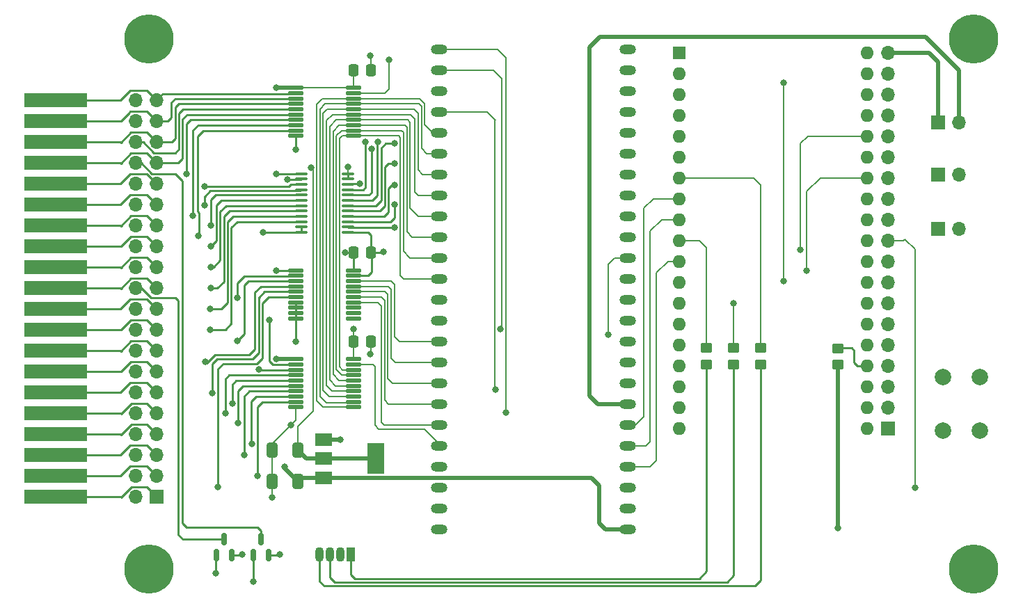
<source format=gbr>
%TF.GenerationSoftware,KiCad,Pcbnew,(6.0.11)*%
%TF.CreationDate,2023-05-02T12:30:58-07:00*%
%TF.ProjectId,TRS-IO-M1,5452532d-494f-42d4-9d31-2e6b69636164,rev?*%
%TF.SameCoordinates,Original*%
%TF.FileFunction,Copper,L1,Top*%
%TF.FilePolarity,Positive*%
%FSLAX46Y46*%
G04 Gerber Fmt 4.6, Leading zero omitted, Abs format (unit mm)*
G04 Created by KiCad (PCBNEW (6.0.11)) date 2023-05-02 12:30:58*
%MOMM*%
%LPD*%
G01*
G04 APERTURE LIST*
G04 Aperture macros list*
%AMRoundRect*
0 Rectangle with rounded corners*
0 $1 Rounding radius*
0 $2 $3 $4 $5 $6 $7 $8 $9 X,Y pos of 4 corners*
0 Add a 4 corners polygon primitive as box body*
4,1,4,$2,$3,$4,$5,$6,$7,$8,$9,$2,$3,0*
0 Add four circle primitives for the rounded corners*
1,1,$1+$1,$2,$3*
1,1,$1+$1,$4,$5*
1,1,$1+$1,$6,$7*
1,1,$1+$1,$8,$9*
0 Add four rect primitives between the rounded corners*
20,1,$1+$1,$2,$3,$4,$5,0*
20,1,$1+$1,$4,$5,$6,$7,0*
20,1,$1+$1,$6,$7,$8,$9,0*
20,1,$1+$1,$8,$9,$2,$3,0*%
G04 Aperture macros list end*
%TA.AperFunction,ComponentPad*%
%ADD10R,1.700000X1.700000*%
%TD*%
%TA.AperFunction,ComponentPad*%
%ADD11O,1.700000X1.700000*%
%TD*%
%TA.AperFunction,ConnectorPad*%
%ADD12R,7.620000X1.778000*%
%TD*%
%TA.AperFunction,ComponentPad*%
%ADD13C,6.000000*%
%TD*%
%TA.AperFunction,ComponentPad*%
%ADD14C,0.800000*%
%TD*%
%TA.AperFunction,SMDPad,CuDef*%
%ADD15RoundRect,0.250000X-0.450000X0.350000X-0.450000X-0.350000X0.450000X-0.350000X0.450000X0.350000X0*%
%TD*%
%TA.AperFunction,SMDPad,CuDef*%
%ADD16RoundRect,0.250000X-0.337500X-0.475000X0.337500X-0.475000X0.337500X0.475000X-0.337500X0.475000X0*%
%TD*%
%TA.AperFunction,ComponentPad*%
%ADD17O,2.000000X1.200000*%
%TD*%
%TA.AperFunction,SMDPad,CuDef*%
%ADD18R,2.000000X1.500000*%
%TD*%
%TA.AperFunction,SMDPad,CuDef*%
%ADD19R,2.000000X3.800000*%
%TD*%
%TA.AperFunction,SMDPad,CuDef*%
%ADD20RoundRect,0.100000X-0.637500X-0.100000X0.637500X-0.100000X0.637500X0.100000X-0.637500X0.100000X0*%
%TD*%
%TA.AperFunction,ComponentPad*%
%ADD21R,1.600000X1.600000*%
%TD*%
%TA.AperFunction,ComponentPad*%
%ADD22O,1.600000X1.600000*%
%TD*%
%TA.AperFunction,SMDPad,CuDef*%
%ADD23RoundRect,0.250000X0.450000X-0.350000X0.450000X0.350000X-0.450000X0.350000X-0.450000X-0.350000X0*%
%TD*%
%TA.AperFunction,SMDPad,CuDef*%
%ADD24RoundRect,0.250000X0.412500X0.650000X-0.412500X0.650000X-0.412500X-0.650000X0.412500X-0.650000X0*%
%TD*%
%TA.AperFunction,SMDPad,CuDef*%
%ADD25RoundRect,0.150000X0.150000X-0.587500X0.150000X0.587500X-0.150000X0.587500X-0.150000X-0.587500X0*%
%TD*%
%TA.AperFunction,SMDPad,CuDef*%
%ADD26RoundRect,0.112500X-0.837500X-0.112500X0.837500X-0.112500X0.837500X0.112500X-0.837500X0.112500X0*%
%TD*%
%TA.AperFunction,ComponentPad*%
%ADD27R,1.070000X1.800000*%
%TD*%
%TA.AperFunction,ComponentPad*%
%ADD28O,1.070000X1.800000*%
%TD*%
%TA.AperFunction,ComponentPad*%
%ADD29C,2.000000*%
%TD*%
%TA.AperFunction,ViaPad*%
%ADD30C,0.800000*%
%TD*%
%TA.AperFunction,Conductor*%
%ADD31C,0.500380*%
%TD*%
%TA.AperFunction,Conductor*%
%ADD32C,0.200000*%
%TD*%
%TA.AperFunction,Conductor*%
%ADD33C,0.250000*%
%TD*%
G04 APERTURE END LIST*
D10*
%TO.P,J1,1,Pin_1*%
%TO.N,SYSRES_N*%
X119278400Y-116687600D03*
D11*
%TO.P,J1,2,Pin_2*%
%TO.N,RAS_N*%
X116738400Y-116687600D03*
%TO.P,J1,3,Pin_3*%
%TO.N,A10*%
X119278400Y-114147600D03*
%TO.P,J1,4,Pin_4*%
%TO.N,CAS_N*%
X116738400Y-114147600D03*
%TO.P,J1,5,Pin_5*%
%TO.N,A13*%
X119278400Y-111607600D03*
%TO.P,J1,6,Pin_6*%
%TO.N,A12*%
X116738400Y-111607600D03*
%TO.P,J1,7,Pin_7*%
%TO.N,GND*%
X119278400Y-109067600D03*
%TO.P,J1,8,Pin_8*%
%TO.N,A15*%
X116738400Y-109067600D03*
%TO.P,J1,9,Pin_9*%
%TO.N,A14*%
X119278400Y-106527600D03*
%TO.P,J1,10,Pin_10*%
%TO.N,A11*%
X116738400Y-106527600D03*
%TO.P,J1,11,Pin_11*%
%TO.N,OUT_N*%
X119278400Y-103987600D03*
%TO.P,J1,12,Pin_12*%
%TO.N,A8*%
X116738400Y-103987600D03*
%TO.P,J1,13,Pin_13*%
%TO.N,INTACK_N*%
X119278400Y-101447600D03*
%TO.P,J1,14,Pin_14*%
%TO.N,WR_N*%
X116738400Y-101447600D03*
%TO.P,J1,15,Pin_15*%
%TO.N,MUX*%
X119278400Y-98907600D03*
%TO.P,J1,16,Pin_16*%
%TO.N,RD_N*%
X116738400Y-98907600D03*
%TO.P,J1,17,Pin_17*%
%TO.N,D4*%
X119278400Y-96367600D03*
%TO.P,J1,18,Pin_18*%
%TO.N,A9*%
X116738400Y-96367600D03*
%TO.P,J1,19,Pin_19*%
%TO.N,D7*%
X119278400Y-93827600D03*
%TO.P,J1,20,Pin_20*%
%TO.N,IN_N*%
X116738400Y-93827600D03*
%TO.P,J1,21,Pin_21*%
%TO.N,D1*%
X119278400Y-91287600D03*
%TO.P,J1,22,Pin_22*%
%TO.N,INT_N*%
X116738400Y-91287600D03*
%TO.P,J1,23,Pin_23*%
%TO.N,D6*%
X119278400Y-88747600D03*
%TO.P,J1,24,Pin_24*%
%TO.N,TEST_N*%
X116738400Y-88747600D03*
%TO.P,J1,25,Pin_25*%
%TO.N,D3*%
X119278400Y-86207600D03*
%TO.P,J1,26,Pin_26*%
%TO.N,A0*%
X116738400Y-86207600D03*
%TO.P,J1,27,Pin_27*%
%TO.N,D5*%
X119278400Y-83667600D03*
%TO.P,J1,28,Pin_28*%
%TO.N,A1*%
X116738400Y-83667600D03*
%TO.P,J1,29,Pin_29*%
%TO.N,D0*%
X119278400Y-81127600D03*
%TO.P,J1,30,Pin_30*%
%TO.N,GND*%
X116738400Y-81127600D03*
%TO.P,J1,31,Pin_31*%
%TO.N,D2*%
X119278400Y-78587600D03*
%TO.P,J1,32,Pin_32*%
%TO.N,A4*%
X116738400Y-78587600D03*
%TO.P,J1,33,Pin_33*%
%TO.N,A3*%
X119278400Y-76047600D03*
%TO.P,J1,34,Pin_34*%
%TO.N,WAIT_N*%
X116738400Y-76047600D03*
%TO.P,J1,35,Pin_35*%
%TO.N,A7*%
X119278400Y-73507600D03*
%TO.P,J1,36,Pin_36*%
%TO.N,A5*%
X116738400Y-73507600D03*
%TO.P,J1,37,Pin_37*%
%TO.N,A6*%
X119278400Y-70967600D03*
%TO.P,J1,38,Pin_38*%
%TO.N,GND*%
X116738400Y-70967600D03*
%TO.P,J1,39,Pin_39*%
%TO.N,A2*%
X119278400Y-68427600D03*
%TO.P,J1,40,Pin_40*%
%TO.N,5V*%
X116738400Y-68427600D03*
%TD*%
D12*
%TO.P,J2,1,Pin_1*%
%TO.N,SYSRES_N*%
X106984800Y-116713000D03*
%TO.P,J2,3,Pin_3*%
%TO.N,A10*%
X106984800Y-114173000D03*
%TO.P,J2,5,Pin_5*%
%TO.N,A13*%
X106984800Y-111633000D03*
%TO.P,J2,7,Pin_7*%
%TO.N,GND*%
X106984800Y-109093000D03*
%TO.P,J2,9,Pin_9*%
%TO.N,A14*%
X106984800Y-106553000D03*
%TO.P,J2,11,Pin_11*%
%TO.N,OUT_N*%
X106984800Y-104013000D03*
%TO.P,J2,13,Pin_13*%
%TO.N,INTACK_N*%
X106984800Y-101473000D03*
%TO.P,J2,15,Pin_15*%
%TO.N,MUX*%
X106984800Y-98933000D03*
%TO.P,J2,17,Pin_17*%
%TO.N,D4*%
X106984800Y-96393000D03*
%TO.P,J2,19,Pin_19*%
%TO.N,D7*%
X106984800Y-93853000D03*
%TO.P,J2,21,Pin_21*%
%TO.N,D1*%
X106984800Y-91313000D03*
%TO.P,J2,23,Pin_23*%
%TO.N,D6*%
X106984800Y-88773000D03*
%TO.P,J2,25,Pin_25*%
%TO.N,D3*%
X106984800Y-86233000D03*
%TO.P,J2,27,Pin_27*%
%TO.N,D5*%
X106984800Y-83693000D03*
%TO.P,J2,29,Pin_29*%
%TO.N,D0*%
X106984800Y-81153000D03*
%TO.P,J2,31,Pin_31*%
%TO.N,D2*%
X106984800Y-78613000D03*
%TO.P,J2,33,Pin_33*%
%TO.N,A3*%
X106984800Y-76073000D03*
%TO.P,J2,35,Pin_35*%
%TO.N,A7*%
X106984800Y-73533000D03*
%TO.P,J2,37,Pin_37*%
%TO.N,A6*%
X106984800Y-70993000D03*
%TO.P,J2,39,Pin_39*%
%TO.N,A2*%
X106984800Y-68453000D03*
%TD*%
D13*
%TO.P,H1,1*%
%TO.N,N/C*%
X118364000Y-60960000D03*
D14*
X119954990Y-62550990D03*
X116773010Y-59369010D03*
X120614000Y-60960000D03*
X118364000Y-58710000D03*
X116114000Y-60960000D03*
X118364000Y-63210000D03*
X119954990Y-59369010D03*
X116773010Y-62550990D03*
%TD*%
%TO.P,H2,1*%
%TO.N,N/C*%
X220284990Y-62550990D03*
X220944000Y-60960000D03*
D13*
X218694000Y-60960000D03*
D14*
X216444000Y-60960000D03*
X217103010Y-62550990D03*
X217103010Y-59369010D03*
X220284990Y-59369010D03*
X218694000Y-63210000D03*
X218694000Y-58710000D03*
%TD*%
%TO.P,H3,1*%
%TO.N,N/C*%
X120614000Y-125476000D03*
X118364000Y-127726000D03*
X119954990Y-123885010D03*
X116773010Y-127066990D03*
D13*
X118364000Y-125476000D03*
D14*
X116114000Y-125476000D03*
X118364000Y-123226000D03*
X119954990Y-127066990D03*
X116773010Y-123885010D03*
%TD*%
%TO.P,H4,1*%
%TO.N,N/C*%
X220284990Y-123885010D03*
X216444000Y-125476000D03*
X220284990Y-127066990D03*
X218694000Y-127726000D03*
X217103010Y-123885010D03*
X220944000Y-125476000D03*
X218694000Y-123226000D03*
X217103010Y-127066990D03*
D13*
X218694000Y-125476000D03*
%TD*%
D15*
%TO.P,R1,1*%
%TO.N,LED_RED*%
X186182000Y-98568000D03*
%TO.P,R1,2*%
%TO.N,Net-(D1-Pad1)*%
X186182000Y-100568000D03*
%TD*%
%TO.P,R2,1*%
%TO.N,LED_GREEN*%
X192786000Y-98568000D03*
%TO.P,R2,2*%
%TO.N,Net-(D1-Pad4)*%
X192786000Y-100568000D03*
%TD*%
D16*
%TO.P,C2,1*%
%TO.N,+3V3*%
X143234500Y-86969600D03*
%TO.P,C2,2*%
%TO.N,GND*%
X145309500Y-86969600D03*
%TD*%
D17*
%TO.P,U5,1,Pad_38*%
%TO.N,CS_SD_CARD*%
X153650000Y-62230000D03*
%TO.P,U5,2,Pad_37*%
%TO.N,MOSI*%
X153650000Y-64770000D03*
%TO.P,U5,3,Pad_36*%
%TO.N,SCK*%
X153650000Y-67310000D03*
%TO.P,U5,4,Pad_39*%
%TO.N,MISO*%
X153650000Y-69850000D03*
%TO.P,U5,5,Pad_25*%
%TO.N,AA2_10*%
X153650000Y-72390000D03*
%TO.P,U5,6,Pad_26*%
%TO.N,AA6_12*%
X153650000Y-74930000D03*
%TO.P,U5,7,Pad_27*%
%TO.N,AA7_13*%
X153650000Y-77470000D03*
%TO.P,U5,8,Pad_28*%
%TO.N,AA5_15*%
X153650000Y-80010000D03*
%TO.P,U5,9,Pad_29*%
%TO.N,AA3_11*%
X153650000Y-82550000D03*
%TO.P,U5,10,Pad_30*%
%TO.N,AA4_14*%
X153650000Y-85090000D03*
%TO.P,U5,11,Pad_33*%
%TO.N,AA1_8*%
X153650000Y-87630000D03*
%TO.P,U5,12,Pad_34*%
%TO.N,AA0_9*%
X153650000Y-90170000D03*
%TO.P,U5,13,Pad_40*%
%TO.N,DBUS_SEL_N*%
X153650000Y-92710000D03*
%TO.P,U5,14,Pad_35*%
%TO.N,READ_N*%
X153650000Y-95250000D03*
%TO.P,U5,15,Pad_41*%
%TO.N,Z80_IN_N*%
X153650000Y-97790000D03*
%TO.P,U5,16,Pad_42*%
%TO.N,Z80_RD_N*%
X153650000Y-100330000D03*
%TO.P,U5,17,Pad_51*%
%TO.N,Z80_WR_N*%
X153650000Y-102870000D03*
%TO.P,U5,18,Pad_53*%
%TO.N,Z80_OUT_N*%
X153650000Y-105410000D03*
%TO.P,U5,19,Pad_54*%
%TO.N,Z80_RAS_N*%
X153650000Y-107950000D03*
%TO.P,U5,20,Pad_55*%
%TO.N,A0_MUX*%
X153650000Y-110490000D03*
%TO.P,U5,21,Pad_56*%
%TO.N,INT*%
X153650000Y-113030000D03*
%TO.P,U5,22,Pad_57*%
%TO.N,WAIT*%
X153650000Y-115570000D03*
%TO.P,U5,23,Pad_68*%
%TO.N,unconnected-(U5-Pad23)*%
X153650000Y-118110000D03*
%TO.P,U5,24,Pad_69*%
%TO.N,unconnected-(U5-Pad24)*%
X153650000Y-120650000D03*
%TO.P,U5,25,3V3*%
%TO.N,+3V3*%
X176550000Y-120650000D03*
%TO.P,U5,26,GND*%
%TO.N,GND*%
X176550000Y-118110000D03*
%TO.P,U5,27,Pad_32*%
%TO.N,CS_FPGA*%
X176550000Y-115570000D03*
%TO.P,U5,28,Pad_31*%
%TO.N,ESP_S2*%
X176550000Y-113030000D03*
%TO.P,U5,29,Pad_49*%
%TO.N,ESP_S1*%
X176550000Y-110490000D03*
%TO.P,U5,30,Pad_48*%
%TO.N,ESP_S0*%
X176550000Y-107950000D03*
%TO.P,U5,31,5V*%
%TO.N,VU*%
X176550000Y-105410000D03*
%TO.P,U5,32,Pad_70*%
%TO.N,unconnected-(U5-Pad32)*%
X176550000Y-102870000D03*
%TO.P,U5,33,Pad_71*%
%TO.N,unconnected-(U5-Pad33)*%
X176550000Y-100330000D03*
%TO.P,U5,34,Pad_72*%
%TO.N,unconnected-(U5-Pad34)*%
X176550000Y-97790000D03*
%TO.P,U5,35,Pad_73*%
%TO.N,unconnected-(U5-Pad35)*%
X176550000Y-95250000D03*
%TO.P,U5,36,Pad_74*%
%TO.N,unconnected-(U5-Pad36)*%
X176550000Y-92710000D03*
%TO.P,U5,37,Pad_75*%
%TO.N,unconnected-(U5-Pad37)*%
X176550000Y-90170000D03*
%TO.P,U5,38,Pad_76*%
%TO.N,REQ*%
X176550000Y-87630000D03*
%TO.P,U5,39,Pad_77*%
%TO.N,DONE*%
X176550000Y-85090000D03*
%TO.P,U5,40,Pad_79*%
%TO.N,DD4*%
X176550000Y-82550000D03*
%TO.P,U5,41,Pad_80*%
%TO.N,DD7*%
X176550000Y-80010000D03*
%TO.P,U5,42,Pad_81*%
%TO.N,DD1*%
X176550000Y-77470000D03*
%TO.P,U5,43,Pad_82*%
%TO.N,DD6*%
X176550000Y-74930000D03*
%TO.P,U5,44,Pad_83*%
%TO.N,DD3*%
X176550000Y-72390000D03*
%TO.P,U5,45,Pad_84*%
%TO.N,DD5*%
X176550000Y-69850000D03*
%TO.P,U5,46,Pad_85*%
%TO.N,DD0*%
X176550000Y-67310000D03*
%TO.P,U5,47,Pad_86*%
%TO.N,DD2*%
X176550000Y-64770000D03*
%TO.P,U5,48,Pad_63*%
%TO.N,A1_MUX*%
X176550000Y-62230000D03*
%TD*%
D18*
%TO.P,U8,1,GND*%
%TO.N,GND*%
X139598000Y-109764800D03*
D19*
%TO.P,U8,2,VO*%
%TO.N,+1V8*%
X145898000Y-112064800D03*
D18*
X139598000Y-112064800D03*
%TO.P,U8,3,VI*%
%TO.N,+3V3*%
X139598000Y-114364800D03*
%TD*%
D20*
%TO.P,U1,1,VCCA*%
%TO.N,+3V3*%
X136837500Y-77381666D03*
%TO.P,U1,2,DIR*%
%TO.N,READ_N*%
X136837500Y-78031666D03*
%TO.P,U1,3,A1*%
%TO.N,D2*%
X136837500Y-78681666D03*
%TO.P,U1,4,A2*%
%TO.N,D0*%
X136837500Y-79331666D03*
%TO.P,U1,5,A3*%
%TO.N,D5*%
X136837500Y-79981666D03*
%TO.P,U1,6,A4*%
%TO.N,D3*%
X136837500Y-80631666D03*
%TO.P,U1,7,A5*%
%TO.N,D6*%
X136837500Y-81281666D03*
%TO.P,U1,8,A6*%
%TO.N,D1*%
X136837500Y-81931666D03*
%TO.P,U1,9,A7*%
%TO.N,D7*%
X136837500Y-82581666D03*
%TO.P,U1,10,A8*%
%TO.N,D4*%
X136837500Y-83231666D03*
%TO.P,U1,11,GND*%
%TO.N,GND*%
X136837500Y-83881666D03*
%TO.P,U1,12,GND*%
X136837500Y-84531666D03*
%TO.P,U1,13,GND*%
X142562500Y-84531666D03*
%TO.P,U1,14,B8*%
%TO.N,DD4*%
X142562500Y-83881666D03*
%TO.P,U1,15,B7*%
%TO.N,DD7*%
X142562500Y-83231666D03*
%TO.P,U1,16,B6*%
%TO.N,DD1*%
X142562500Y-82581666D03*
%TO.P,U1,17,B5*%
%TO.N,DD6*%
X142562500Y-81931666D03*
%TO.P,U1,18,B4*%
%TO.N,DD3*%
X142562500Y-81281666D03*
%TO.P,U1,19,B3*%
%TO.N,DD5*%
X142562500Y-80631666D03*
%TO.P,U1,20,B2*%
%TO.N,DD0*%
X142562500Y-79981666D03*
%TO.P,U1,21,B1*%
%TO.N,DD2*%
X142562500Y-79331666D03*
%TO.P,U1,22,OEn*%
%TO.N,DBUS_SEL_N*%
X142562500Y-78681666D03*
%TO.P,U1,23,VCCB*%
%TO.N,+1V8*%
X142562500Y-78031666D03*
%TO.P,U1,24,VCCB*%
X142562500Y-77381666D03*
%TD*%
D16*
%TO.P,C1,1*%
%TO.N,+3V3*%
X143234500Y-64770000D03*
%TO.P,C1,2*%
%TO.N,GND*%
X145309500Y-64770000D03*
%TD*%
D10*
%TO.P,J4,1,Pin_1*%
%TO.N,+5V*%
X214371000Y-71120000D03*
D11*
%TO.P,J4,2,Pin_2*%
%TO.N,VU*%
X216911000Y-71120000D03*
%TD*%
D21*
%TO.P,U6,1,GPIO6*%
%TO.N,unconnected-(U6-Pad1)*%
X182880000Y-62645000D03*
D22*
%TO.P,U6,2,GPIO7*%
%TO.N,unconnected-(U6-Pad2)*%
X182880000Y-65185000D03*
%TO.P,U6,3,GPIO8*%
%TO.N,unconnected-(U6-Pad3)*%
X182880000Y-67725000D03*
%TO.P,U6,4,GPIO15*%
%TO.N,AA3_11*%
X182880000Y-70265000D03*
%TO.P,U6,5,GPIO2*%
%TO.N,unconnected-(U6-Pad5)*%
X182880000Y-72805000D03*
%TO.P,U6,6,GPIO0*%
%TO.N,unconnected-(U6-Pad6)*%
X182880000Y-75345000D03*
%TO.P,U6,7,GPIO4*%
%TO.N,LED_GREEN*%
X182880000Y-77885000D03*
%TO.P,U6,8,GPIO16*%
%TO.N,ESP_S0*%
X182880000Y-80425000D03*
%TO.P,U6,9,GPIO17*%
%TO.N,ESP_S1*%
X182880000Y-82965000D03*
%TO.P,U6,10,GPIO5*%
%TO.N,LED_RED*%
X182880000Y-85505000D03*
%TO.P,U6,11,GPIO18*%
%TO.N,ESP_S2*%
X182880000Y-88045000D03*
%TO.P,U6,12,GPIO19*%
%TO.N,EI*%
X182880000Y-90585000D03*
%TO.P,U6,13,GND*%
%TO.N,GND*%
X182880000Y-93125000D03*
%TO.P,U6,14,GPIO21*%
%TO.N,MOSI*%
X182880000Y-95665000D03*
%TO.P,U6,15,GPIO3*%
%TO.N,unconnected-(U6-Pad15)*%
X182880000Y-98205000D03*
%TO.P,U6,16,GPIO1*%
%TO.N,unconnected-(U6-Pad16)*%
X182880000Y-100745000D03*
%TO.P,U6,17,GPIO22*%
%TO.N,MISO*%
X182880000Y-103285000D03*
%TO.P,U6,18,GPIO23*%
%TO.N,CS_SD_CARD*%
X182880000Y-105825000D03*
%TO.P,U6,19,GND*%
%TO.N,GND*%
X182880000Y-108365000D03*
%TO.P,U6,20,3V3*%
%TO.N,unconnected-(U6-Pad20)*%
X205740000Y-108365000D03*
%TO.P,U6,21,RESET*%
%TO.N,unconnected-(U6-Pad21)*%
X205740000Y-105825000D03*
%TO.P,U6,22,GPIO36*%
%TO.N,unconnected-(U6-Pad22)*%
X205740000Y-103285000D03*
%TO.P,U6,23,GPIO39*%
%TO.N,BUTTON*%
X205740000Y-100745000D03*
%TO.P,U6,24,GPIO34*%
%TO.N,REQ*%
X205740000Y-98205000D03*
%TO.P,U6,25,GPIO35*%
%TO.N,unconnected-(U6-Pad25)*%
X205740000Y-95665000D03*
%TO.P,U6,26,GPIO32*%
%TO.N,LED_BLUE*%
X205740000Y-93125000D03*
%TO.P,U6,27,GPIO33*%
%TO.N,FULL_ADDR*%
X205740000Y-90585000D03*
%TO.P,U6,28,GPIO25*%
%TO.N,SCK*%
X205740000Y-88045000D03*
%TO.P,U6,29,GPIO26*%
%TO.N,CS_FPGA*%
X205740000Y-85505000D03*
%TO.P,U6,30,GPIO27*%
%TO.N,DONE*%
X205740000Y-82965000D03*
%TO.P,U6,31,GPIO14*%
%TO.N,AA2_10*%
X205740000Y-80425000D03*
%TO.P,U6,32,GPIO12*%
%TO.N,AA0_9*%
X205740000Y-77885000D03*
%TO.P,U6,33,GND*%
%TO.N,GND*%
X205740000Y-75345000D03*
%TO.P,U6,34,GPIO13*%
%TO.N,AA1_8*%
X205740000Y-72805000D03*
%TO.P,U6,35,GPIO9*%
%TO.N,unconnected-(U6-Pad35)*%
X205740000Y-70265000D03*
%TO.P,U6,36,GPIO10*%
%TO.N,unconnected-(U6-Pad36)*%
X205740000Y-67725000D03*
%TO.P,U6,37,GPIO11*%
%TO.N,unconnected-(U6-Pad37)*%
X205740000Y-65185000D03*
%TO.P,U6,38,5V*%
%TO.N,+5V*%
X205740000Y-62708500D03*
%TD*%
D23*
%TO.P,R4,1*%
%TO.N,+3V3*%
X202184000Y-100618800D03*
%TO.P,R4,2*%
%TO.N,BUTTON*%
X202184000Y-98618800D03*
%TD*%
D10*
%TO.P,J5,1,Pin_1*%
%TO.N,FULL_ADDR*%
X214376000Y-84074000D03*
D11*
%TO.P,J5,2,Pin_2*%
%TO.N,GND*%
X216916000Y-84074000D03*
%TD*%
D16*
%TO.P,C3,1*%
%TO.N,+3V3*%
X143234500Y-97790000D03*
%TO.P,C3,2*%
%TO.N,GND*%
X145309500Y-97790000D03*
%TD*%
D10*
%TO.P,J3,1,Pin_1*%
%TO.N,EI*%
X214371000Y-77470000D03*
D11*
%TO.P,J3,2,Pin_2*%
%TO.N,GND*%
X216911000Y-77470000D03*
%TD*%
D24*
%TO.P,C4,1*%
%TO.N,+1V8*%
X136436500Y-110998000D03*
%TO.P,C4,2*%
%TO.N,GND*%
X133311500Y-110998000D03*
%TD*%
D25*
%TO.P,Q1,1,G*%
%TO.N,WAIT*%
X131028400Y-123771900D03*
%TO.P,Q1,2,S*%
%TO.N,GND*%
X132928400Y-123771900D03*
%TO.P,Q1,3,D*%
%TO.N,WAIT_N*%
X131978400Y-121896900D03*
%TD*%
D15*
%TO.P,R3,1*%
%TO.N,LED_BLUE*%
X189484000Y-98568000D03*
%TO.P,R3,2*%
%TO.N,Net-(D1-Pad3)*%
X189484000Y-100568000D03*
%TD*%
D26*
%TO.P,U2,1,A->B*%
%TO.N,+3V3*%
X136200000Y-66925000D03*
%TO.P,U2,2,A0*%
%TO.N,A2*%
X136200000Y-67575000D03*
%TO.P,U2,3,A1*%
%TO.N,A6*%
X136200000Y-68225000D03*
%TO.P,U2,4,A2*%
%TO.N,A7*%
X136200000Y-68875000D03*
%TO.P,U2,5,A3*%
%TO.N,A5*%
X136200000Y-69525000D03*
%TO.P,U2,6,A4*%
%TO.N,A3*%
X136200000Y-70175000D03*
%TO.P,U2,7,A5*%
%TO.N,A4*%
X136200000Y-70825000D03*
%TO.P,U2,8,A6*%
%TO.N,A1*%
X136200000Y-71475000D03*
%TO.P,U2,9,A7*%
%TO.N,A0*%
X136200000Y-72125000D03*
%TO.P,U2,10,GND*%
%TO.N,GND*%
X136200000Y-72775000D03*
%TO.P,U2,11,B7*%
%TO.N,AA0_9*%
X143200000Y-72775000D03*
%TO.P,U2,12,B6*%
%TO.N,AA1_8*%
X143200000Y-72125000D03*
%TO.P,U2,13,B5*%
%TO.N,AA4_14*%
X143200000Y-71475000D03*
%TO.P,U2,14,B4*%
%TO.N,AA3_11*%
X143200000Y-70825000D03*
%TO.P,U2,15,B3*%
%TO.N,AA5_15*%
X143200000Y-70175000D03*
%TO.P,U2,16,B2*%
%TO.N,AA7_13*%
X143200000Y-69525000D03*
%TO.P,U2,17,B1*%
%TO.N,AA6_12*%
X143200000Y-68875000D03*
%TO.P,U2,18,B0*%
%TO.N,AA2_10*%
X143200000Y-68225000D03*
%TO.P,U2,19,CE*%
%TO.N,A1_MUX*%
X143200000Y-67575000D03*
%TO.P,U2,20,VCC*%
%TO.N,+3V3*%
X143200000Y-66925000D03*
%TD*%
D10*
%TO.P,J6,1,Pin_1*%
%TO.N,unconnected-(J6-Pad1)*%
X208280000Y-108370000D03*
D11*
%TO.P,J6,2,Pin_2*%
%TO.N,unconnected-(J6-Pad2)*%
X208280000Y-105830000D03*
%TO.P,J6,3,Pin_3*%
%TO.N,unconnected-(J6-Pad3)*%
X208280000Y-103290000D03*
%TO.P,J6,4,Pin_4*%
%TO.N,BUTTON*%
X208280000Y-100750000D03*
%TO.P,J6,5,Pin_5*%
%TO.N,REQ*%
X208280000Y-98210000D03*
%TO.P,J6,6,Pin_6*%
%TO.N,unconnected-(J6-Pad6)*%
X208280000Y-95670000D03*
%TO.P,J6,7,Pin_7*%
%TO.N,LED_BLUE*%
X208280000Y-93130000D03*
%TO.P,J6,8,Pin_8*%
%TO.N,FULL_ADDR*%
X208280000Y-90590000D03*
%TO.P,J6,9,Pin_9*%
%TO.N,SCK*%
X208280000Y-88050000D03*
%TO.P,J6,10,Pin_10*%
%TO.N,CS_FPGA*%
X208280000Y-85510000D03*
%TO.P,J6,11,Pin_11*%
%TO.N,DONE*%
X208280000Y-82970000D03*
%TO.P,J6,12,Pin_12*%
%TO.N,AA2_10*%
X208280000Y-80430000D03*
%TO.P,J6,13,Pin_13*%
%TO.N,AA0_9*%
X208280000Y-77890000D03*
%TO.P,J6,14,Pin_14*%
%TO.N,GND*%
X208280000Y-75350000D03*
%TO.P,J6,15,Pin_15*%
%TO.N,AA1_8*%
X208280000Y-72810000D03*
%TO.P,J6,16,Pin_16*%
%TO.N,unconnected-(J6-Pad16)*%
X208280000Y-70270000D03*
%TO.P,J6,17,Pin_17*%
%TO.N,unconnected-(J6-Pad17)*%
X208280000Y-67730000D03*
%TO.P,J6,18,Pin_18*%
%TO.N,unconnected-(J6-Pad18)*%
X208280000Y-65190000D03*
%TO.P,J6,19,Pin_19*%
%TO.N,+5V*%
X208280000Y-62650000D03*
%TD*%
D25*
%TO.P,Q2,1,G*%
%TO.N,INT*%
X126507200Y-123771900D03*
%TO.P,Q2,2,S*%
%TO.N,GND*%
X128407200Y-123771900D03*
%TO.P,Q2,3,D*%
%TO.N,INT_N*%
X127457200Y-121896900D03*
%TD*%
D27*
%TO.P,D1,1,RA*%
%TO.N,Net-(D1-Pad1)*%
X142900400Y-123748800D03*
D28*
%TO.P,D1,2,K*%
%TO.N,GND*%
X141630400Y-123748800D03*
%TO.P,D1,3,BA*%
%TO.N,Net-(D1-Pad3)*%
X140360400Y-123748800D03*
%TO.P,D1,4,GA*%
%TO.N,Net-(D1-Pad4)*%
X139090400Y-123748800D03*
%TD*%
D26*
%TO.P,U3,1,A->B*%
%TO.N,+3V3*%
X136200000Y-99945000D03*
%TO.P,U3,2,A0*%
%TO.N,A9*%
X136200000Y-100595000D03*
%TO.P,U3,3,A1*%
%TO.N,A8*%
X136200000Y-101245000D03*
%TO.P,U3,4,A2*%
%TO.N,A14*%
X136200000Y-101895000D03*
%TO.P,U3,5,A3*%
%TO.N,A11*%
X136200000Y-102545000D03*
%TO.P,U3,6,A4*%
%TO.N,A15*%
X136200000Y-103195000D03*
%TO.P,U3,7,A5*%
%TO.N,A13*%
X136200000Y-103845000D03*
%TO.P,U3,8,A6*%
%TO.N,A12*%
X136200000Y-104495000D03*
%TO.P,U3,9,A7*%
%TO.N,A10*%
X136200000Y-105145000D03*
%TO.P,U3,10,GND*%
%TO.N,GND*%
X136200000Y-105795000D03*
%TO.P,U3,11,B7*%
%TO.N,AA2_10*%
X143200000Y-105795000D03*
%TO.P,U3,12,B6*%
%TO.N,AA6_12*%
X143200000Y-105145000D03*
%TO.P,U3,13,B5*%
%TO.N,AA7_13*%
X143200000Y-104495000D03*
%TO.P,U3,14,B4*%
%TO.N,AA5_15*%
X143200000Y-103845000D03*
%TO.P,U3,15,B3*%
%TO.N,AA3_11*%
X143200000Y-103195000D03*
%TO.P,U3,16,B2*%
%TO.N,AA4_14*%
X143200000Y-102545000D03*
%TO.P,U3,17,B1*%
%TO.N,AA1_8*%
X143200000Y-101895000D03*
%TO.P,U3,18,B0*%
%TO.N,AA0_9*%
X143200000Y-101245000D03*
%TO.P,U3,19,CE*%
%TO.N,A0_MUX*%
X143200000Y-100595000D03*
%TO.P,U3,20,VCC*%
%TO.N,+3V3*%
X143200000Y-99945000D03*
%TD*%
D29*
%TO.P,SW1,1,1*%
%TO.N,GND*%
X219405200Y-102158800D03*
X219405200Y-108658800D03*
%TO.P,SW1,2,2*%
%TO.N,BUTTON*%
X214905200Y-102158800D03*
X214905200Y-108658800D03*
%TD*%
D26*
%TO.P,U4,1,A->B*%
%TO.N,+3V3*%
X136200000Y-89138332D03*
%TO.P,U4,2,A0*%
%TO.N,IN_N*%
X136200000Y-89788332D03*
%TO.P,U4,3,A1*%
%TO.N,RD_N*%
X136200000Y-90438332D03*
%TO.P,U4,4,A2*%
%TO.N,WR_N*%
X136200000Y-91088332D03*
%TO.P,U4,5,A3*%
%TO.N,OUT_N*%
X136200000Y-91738332D03*
%TO.P,U4,6,A4*%
%TO.N,RAS_N*%
X136200000Y-92388332D03*
%TO.P,U4,7,A5*%
%TO.N,GND*%
X136200000Y-93038332D03*
%TO.P,U4,8,A6*%
X136200000Y-93688332D03*
%TO.P,U4,9,A7*%
X136200000Y-94338332D03*
%TO.P,U4,10,GND*%
X136200000Y-94988332D03*
%TO.P,U4,11,B7*%
%TO.N,unconnected-(U4-Pad11)*%
X143200000Y-94988332D03*
%TO.P,U4,12,B6*%
%TO.N,unconnected-(U4-Pad12)*%
X143200000Y-94338332D03*
%TO.P,U4,13,B5*%
%TO.N,unconnected-(U4-Pad13)*%
X143200000Y-93688332D03*
%TO.P,U4,14,B4*%
%TO.N,Z80_RAS_N*%
X143200000Y-93038332D03*
%TO.P,U4,15,B3*%
%TO.N,Z80_OUT_N*%
X143200000Y-92388332D03*
%TO.P,U4,16,B2*%
%TO.N,Z80_WR_N*%
X143200000Y-91738332D03*
%TO.P,U4,17,B1*%
%TO.N,Z80_RD_N*%
X143200000Y-91088332D03*
%TO.P,U4,18,B0*%
%TO.N,Z80_IN_N*%
X143200000Y-90438332D03*
%TO.P,U4,19,CE*%
%TO.N,GND*%
X143200000Y-89788332D03*
%TO.P,U4,20,VCC*%
%TO.N,+3V3*%
X143200000Y-89138332D03*
%TD*%
D24*
%TO.P,C5,1*%
%TO.N,+3V3*%
X136436500Y-114808000D03*
%TO.P,C5,2*%
%TO.N,GND*%
X133311500Y-114808000D03*
%TD*%
D30*
%TO.N,GND*%
X136194800Y-74422000D03*
X134264400Y-123748800D03*
X146862800Y-86918800D03*
X129641600Y-123698000D03*
X145288000Y-99314000D03*
X136194800Y-97790000D03*
X135636000Y-107950000D03*
X132232400Y-84531200D03*
X133299200Y-116789200D03*
X141579600Y-109778800D03*
X145288000Y-62992000D03*
%TO.N,+3V3*%
X143256000Y-96266000D03*
X133858000Y-66875500D03*
X202184000Y-120497600D03*
X133858000Y-89154000D03*
X133858000Y-77368400D03*
X133858000Y-99895500D03*
X142224980Y-86969600D03*
X134874000Y-113030000D03*
%TO.N,RAS_N*%
X126746000Y-115468400D03*
%TO.N,A10*%
X131572000Y-114147600D03*
%TO.N,A12*%
X130847500Y-110236000D03*
%TO.N,A13*%
X129895600Y-111607600D03*
%TO.N,A15*%
X129171100Y-107696000D03*
%TO.N,A11*%
X128459900Y-105359200D03*
%TO.N,A14*%
X127609600Y-106527600D03*
%TO.N,A8*%
X131724400Y-101170500D03*
%TO.N,OUT_N*%
X126021500Y-104038400D03*
%TO.N,WR_N*%
X125222000Y-100228400D03*
%TO.N,RD_N*%
X129076200Y-97732600D03*
%TO.N,A9*%
X133008310Y-95199200D03*
%TO.N,D4*%
X125780800Y-96367600D03*
%TO.N,IN_N*%
X129082800Y-92506800D03*
%TO.N,D7*%
X125780800Y-93827600D03*
%TO.N,D1*%
X125831600Y-91287600D03*
%TO.N,D6*%
X125831600Y-88747600D03*
%TO.N,A0*%
X124307600Y-84937600D03*
%TO.N,D3*%
X125831600Y-86207600D03*
%TO.N,A1*%
X123698000Y-82448400D03*
%TO.N,D5*%
X125831600Y-83667600D03*
%TO.N,D0*%
X125069600Y-81178400D03*
%TO.N,A4*%
X122885200Y-77368400D03*
%TO.N,D2*%
X125069600Y-78943200D03*
%TO.N,WAIT*%
X131013200Y-127050800D03*
%TO.N,+1V8*%
X142544800Y-76555600D03*
X138029346Y-76606400D03*
%TO.N,AA0_9*%
X198374000Y-89154000D03*
%TO.N,AA1_8*%
X197612000Y-86614000D03*
%TO.N,SCK*%
X195580000Y-66294000D03*
X195580000Y-90424000D03*
%TO.N,MOSI*%
X161098500Y-96266000D03*
%TO.N,READ_N*%
X135178800Y-78106166D03*
%TO.N,MISO*%
X160528000Y-103632000D03*
%TO.N,DD3*%
X148215940Y-73710800D03*
%TO.N,DD4*%
X148215940Y-83921600D03*
%TO.N,DD5*%
X146202400Y-73507600D03*
%TO.N,DD6*%
X148183600Y-76098400D03*
%TO.N,DD7*%
X148215940Y-81127600D03*
%TO.N,DD2*%
X144673400Y-73474500D03*
%TO.N,DD0*%
X145397900Y-74338267D03*
%TO.N,DD1*%
X148215940Y-78790800D03*
%TO.N,A1_MUX*%
X147574000Y-63500000D03*
%TO.N,DBUS_SEL_N*%
X143948900Y-78607166D03*
%TO.N,LED_BLUE*%
X189484000Y-93116400D03*
%TO.N,CS_SD_CARD*%
X161798000Y-106426000D03*
%TO.N,INT*%
X126492000Y-125984000D03*
%TO.N,CS_FPGA*%
X211519500Y-115570000D03*
%TO.N,REQ*%
X174244000Y-96965500D03*
%TD*%
D31*
%TO.N,+5V*%
X208280000Y-62650000D02*
X213272000Y-62650000D01*
X213272000Y-62650000D02*
X214376000Y-63754000D01*
X214376000Y-63754000D02*
X214371000Y-63759000D01*
X214371000Y-63759000D02*
X214371000Y-71120000D01*
D32*
%TO.N,GND*%
X133311500Y-110274500D02*
X133311500Y-110998000D01*
X135636000Y-107950000D02*
X133311500Y-110274500D01*
D33*
X136200000Y-94988332D02*
X136200000Y-97784800D01*
X145389600Y-89357200D02*
X145389600Y-87049700D01*
X145389600Y-87049700D02*
X145309500Y-86969600D01*
X132232866Y-84531666D02*
X132232400Y-84531200D01*
D32*
X136200000Y-105795000D02*
X136200000Y-107386000D01*
D33*
X116179600Y-107848400D02*
X118059200Y-107848400D01*
D32*
X145309500Y-63013500D02*
X145288000Y-62992000D01*
D33*
X143200000Y-89788332D02*
X144958468Y-89788332D01*
D32*
X145309500Y-64770000D02*
X145309500Y-63013500D01*
X145309500Y-99292500D02*
X145288000Y-99314000D01*
D33*
X118059200Y-107848400D02*
X119278400Y-109067600D01*
X136200000Y-74416800D02*
X136194800Y-74422000D01*
X144983666Y-84531666D02*
X145338800Y-84886800D01*
D31*
X141565600Y-109764800D02*
X141579600Y-109778800D01*
D32*
X133311500Y-114808000D02*
X133311500Y-110998000D01*
D33*
X145338800Y-84886800D02*
X145338800Y-86940300D01*
D32*
X133311500Y-114808000D02*
X133311500Y-116776900D01*
D31*
X139598000Y-109764800D02*
X141565600Y-109764800D01*
D33*
X136200000Y-94338332D02*
X136200000Y-94988332D01*
X145338800Y-86940300D02*
X145309500Y-86969600D01*
X114884200Y-109093000D02*
X114909600Y-109118400D01*
X146812000Y-86969600D02*
X146862800Y-86918800D01*
X128407200Y-123771900D02*
X129567700Y-123771900D01*
X114909600Y-109118400D02*
X116179600Y-107848400D01*
X106984800Y-109093000D02*
X114884200Y-109093000D01*
X134241300Y-123771900D02*
X134264400Y-123748800D01*
X136200000Y-93038332D02*
X136200000Y-93688332D01*
X145309500Y-86969600D02*
X146812000Y-86969600D01*
X142562500Y-84531666D02*
X144983666Y-84531666D01*
D32*
X145309500Y-97790000D02*
X145309500Y-99292500D01*
D33*
X136200000Y-72775000D02*
X136200000Y-74416800D01*
D32*
X133311500Y-116776900D02*
X133299200Y-116789200D01*
D33*
X136837500Y-83881666D02*
X136837500Y-84531666D01*
X136200000Y-97784800D02*
X136194800Y-97790000D01*
D32*
X136200000Y-107386000D02*
X135636000Y-107950000D01*
D33*
X136200000Y-93688332D02*
X136200000Y-94338332D01*
X129567700Y-123771900D02*
X129641600Y-123698000D01*
X132928400Y-123771900D02*
X134241300Y-123771900D01*
X144958468Y-89788332D02*
X145389600Y-89357200D01*
X136837500Y-84531666D02*
X132232866Y-84531666D01*
D32*
%TO.N,+3V3*%
X143234500Y-97790000D02*
X143234500Y-99910500D01*
D31*
X173837600Y-120650000D02*
X176550000Y-120650000D01*
D32*
X143234500Y-66890500D02*
X143200000Y-66925000D01*
D33*
X143234500Y-89103832D02*
X143200000Y-89138332D01*
D31*
X139598000Y-114364800D02*
X139648190Y-114414990D01*
D32*
X143234500Y-96287500D02*
X143256000Y-96266000D01*
D33*
X136200000Y-89138332D02*
X133873668Y-89138332D01*
X133873668Y-89138332D02*
X133858000Y-89154000D01*
X136837500Y-77381666D02*
X133871266Y-77381666D01*
D31*
X172174590Y-114414990D02*
X173126400Y-115366800D01*
X136879700Y-114364800D02*
X136436500Y-114808000D01*
D32*
X136200000Y-66925000D02*
X143200000Y-66925000D01*
D31*
X133858000Y-66875500D02*
X133858210Y-66875290D01*
D32*
X143234500Y-97790000D02*
X143234500Y-96287500D01*
X143234500Y-64770000D02*
X143234500Y-66890500D01*
D31*
X133858000Y-99895500D02*
X133858210Y-99895290D01*
D33*
X143234500Y-86969600D02*
X142224980Y-86969600D01*
D31*
X139598000Y-114364800D02*
X136879700Y-114364800D01*
X134874000Y-113030000D02*
X134874000Y-113245500D01*
X173126400Y-119938800D02*
X173837600Y-120650000D01*
X202184000Y-120497600D02*
X202184000Y-100618800D01*
X173126400Y-115366800D02*
X173126400Y-119938800D01*
X133858210Y-99895290D02*
X135613052Y-99895290D01*
D33*
X133871266Y-77381666D02*
X133858000Y-77368400D01*
D32*
X143234500Y-99910500D02*
X143200000Y-99945000D01*
D33*
X143234500Y-86969600D02*
X143234500Y-89103832D01*
D31*
X139648190Y-114414990D02*
X172174590Y-114414990D01*
X134874000Y-113245500D02*
X136436500Y-114808000D01*
X133858210Y-66875290D02*
X135613052Y-66875290D01*
D33*
%TO.N,RAS_N*%
X136200000Y-92388332D02*
X132858868Y-92388332D01*
X127406400Y-100482400D02*
X126746000Y-101142800D01*
X132858868Y-92388332D02*
X132130800Y-93116400D01*
X132130800Y-93116400D02*
X132130800Y-99822000D01*
X132130800Y-99822000D02*
X131470400Y-100482400D01*
X126746000Y-101142800D02*
X126746000Y-115468400D01*
X131470400Y-100482400D02*
X127406400Y-100482400D01*
%TO.N,SYSRES_N*%
X114935000Y-116713000D02*
X114960400Y-116738400D01*
X116186200Y-115512600D02*
X118103400Y-115512600D01*
X114960400Y-116738400D02*
X116186200Y-115512600D01*
X118103400Y-115512600D02*
X119278400Y-116687600D01*
X106984800Y-116713000D02*
X114935000Y-116713000D01*
%TO.N,A10*%
X116084600Y-112972600D02*
X118103400Y-112972600D01*
X132167200Y-105145000D02*
X136200000Y-105145000D01*
X114884200Y-114173000D02*
X116084600Y-112972600D01*
X118103400Y-112972600D02*
X119278400Y-114147600D01*
X131572000Y-114147600D02*
X131572000Y-105740200D01*
X131572000Y-105740200D02*
X132167200Y-105145000D01*
X106984800Y-114173000D02*
X114884200Y-114173000D01*
%TO.N,A12*%
X130847500Y-110236000D02*
X130810000Y-110198500D01*
X130810000Y-110198500D02*
X130810000Y-105054400D01*
X130810000Y-105054400D02*
X131369400Y-104495000D01*
X131369400Y-104495000D02*
X136200000Y-104495000D01*
%TO.N,A13*%
X130556000Y-103835200D02*
X136190200Y-103835200D01*
X118103400Y-110432600D02*
X119278400Y-111607600D01*
X116084600Y-110432600D02*
X118103400Y-110432600D01*
X106984800Y-111633000D02*
X114884200Y-111633000D01*
X114884200Y-111633000D02*
X116084600Y-110432600D01*
X129895600Y-111607600D02*
X129895600Y-104495600D01*
X129895600Y-104495600D02*
X130556000Y-103835200D01*
X136190200Y-103835200D02*
X136200000Y-103845000D01*
%TO.N,A15*%
X129184400Y-107682700D02*
X129184400Y-103784400D01*
X129773800Y-103195000D02*
X136200000Y-103195000D01*
X129171100Y-107696000D02*
X129184400Y-107682700D01*
X129184400Y-103784400D02*
X129773800Y-103195000D01*
%TO.N,A11*%
X128473200Y-103022400D02*
X128950600Y-102545000D01*
X128473200Y-105345900D02*
X128473200Y-103022400D01*
X128950600Y-102545000D02*
X136200000Y-102545000D01*
X128459900Y-105359200D02*
X128473200Y-105345900D01*
%TO.N,A14*%
X114960400Y-106578400D02*
X116186200Y-105352600D01*
X116186200Y-105352600D02*
X118103400Y-105352600D01*
X114935000Y-106553000D02*
X114960400Y-106578400D01*
X127609600Y-102362000D02*
X128076600Y-101895000D01*
X106984800Y-106553000D02*
X114935000Y-106553000D01*
X127609600Y-106527600D02*
X127609600Y-102362000D01*
X128076600Y-101895000D02*
X136200000Y-101895000D01*
X118103400Y-105352600D02*
X119278400Y-106527600D01*
%TO.N,A8*%
X131724400Y-101170500D02*
X131798900Y-101245000D01*
X131798900Y-101245000D02*
X136200000Y-101245000D01*
%TO.N,OUT_N*%
X131680800Y-99205200D02*
X130962400Y-99923600D01*
X118103400Y-102812600D02*
X119278400Y-103987600D01*
X116084600Y-102812600D02*
X118103400Y-102812600D01*
X132391268Y-91738332D02*
X131680800Y-92448800D01*
X131680800Y-92448800D02*
X131680800Y-99205200D01*
X126021500Y-100546500D02*
X126021500Y-104038400D01*
X106984800Y-104013000D02*
X114884200Y-104013000D01*
X130962400Y-99923600D02*
X126644400Y-99923600D01*
X126644400Y-99923600D02*
X126021500Y-100546500D01*
X136200000Y-91738332D02*
X132391268Y-91738332D01*
X114884200Y-104013000D02*
X116084600Y-102812600D01*
%TO.N,WR_N*%
X131230800Y-98740800D02*
X130556000Y-99415600D01*
X130556000Y-99415600D02*
X126339600Y-99415600D01*
X136200000Y-91088332D02*
X131923668Y-91088332D01*
X126339600Y-99415600D02*
X125323600Y-100431600D01*
X131230800Y-91781200D02*
X131230800Y-98740800D01*
X131923668Y-91088332D02*
X131230800Y-91781200D01*
X125323600Y-100431600D02*
X125222000Y-100330000D01*
X125222000Y-100330000D02*
X125222000Y-100228400D01*
%TO.N,INTACK_N*%
X118103400Y-100272600D02*
X119278400Y-101447600D01*
X116135400Y-100272600D02*
X118103400Y-100272600D01*
X106984800Y-101473000D02*
X114935000Y-101473000D01*
X114935000Y-101473000D02*
X116135400Y-100272600D01*
%TO.N,RD_N*%
X129895600Y-96913200D02*
X129895600Y-90982800D01*
X129076200Y-97732600D02*
X129895600Y-96913200D01*
X130440068Y-90438332D02*
X136200000Y-90438332D01*
X129895600Y-90982800D02*
X130440068Y-90438332D01*
%TO.N,MUX*%
X114909600Y-98958400D02*
X116135400Y-97732600D01*
X116135400Y-97732600D02*
X118103400Y-97732600D01*
X118103400Y-97732600D02*
X119278400Y-98907600D01*
X114884200Y-98933000D02*
X114909600Y-98958400D01*
X106984800Y-98933000D02*
X114884200Y-98933000D01*
%TO.N,A9*%
X133437300Y-100620500D02*
X136174500Y-100620500D01*
X132994400Y-100177600D02*
X133437300Y-100620500D01*
X136174500Y-100620500D02*
X136200000Y-100595000D01*
X133008310Y-95199200D02*
X132994400Y-95213110D01*
X132994400Y-95213110D02*
X132994400Y-100177600D01*
%TO.N,D4*%
X116135400Y-95192600D02*
X118103400Y-95192600D01*
X118103400Y-95192600D02*
X119278400Y-96367600D01*
X128342800Y-84727289D02*
X128356600Y-84713489D01*
X127609600Y-96367600D02*
X128342800Y-95634400D01*
X125780800Y-96367600D02*
X127609600Y-96367600D01*
X128342800Y-95634400D02*
X128342800Y-84727289D01*
X106984800Y-96393000D02*
X114935000Y-96393000D01*
X128356600Y-83936600D02*
X129061534Y-83231666D01*
X114935000Y-96393000D02*
X116135400Y-95192600D01*
X128356600Y-84713489D02*
X128356600Y-83936600D01*
X129061534Y-83231666D02*
X136837500Y-83231666D01*
%TO.N,IN_N*%
X136109332Y-89879000D02*
X136200000Y-89788332D01*
X129082800Y-92506800D02*
X129082800Y-90728800D01*
X129082800Y-90728800D02*
X129932600Y-89879000D01*
X129932600Y-89879000D02*
X136109332Y-89879000D01*
%TO.N,D7*%
X127101600Y-93827600D02*
X127892800Y-93036400D01*
X127892800Y-84540893D02*
X127906600Y-84527093D01*
X118103400Y-92652600D02*
X119278400Y-93827600D01*
X114884200Y-93853000D02*
X116084600Y-92652600D01*
X116084600Y-92652600D02*
X118103400Y-92652600D01*
X106984800Y-93853000D02*
X114884200Y-93853000D01*
X127906600Y-83269000D02*
X128593934Y-82581666D01*
X128593934Y-82581666D02*
X136837500Y-82581666D01*
X125780800Y-93827600D02*
X127101600Y-93827600D01*
X127892800Y-93036400D02*
X127892800Y-84540893D01*
X127906600Y-84527093D02*
X127906600Y-83269000D01*
%TO.N,INT_N*%
X117374796Y-91287600D02*
X116738400Y-91287600D01*
X121920000Y-121310400D02*
X121920000Y-92811600D01*
X121920000Y-92811600D02*
X121571000Y-92462600D01*
X118549796Y-92462600D02*
X117374796Y-91287600D01*
X122506500Y-121896900D02*
X121920000Y-121310400D01*
X127457200Y-121896900D02*
X122506500Y-121896900D01*
X121571000Y-92462600D02*
X118549796Y-92462600D01*
%TO.N,D1*%
X114884200Y-91313000D02*
X114909600Y-91338400D01*
X116135400Y-90112600D02*
X118103400Y-90112600D01*
X127442800Y-90489200D02*
X127442800Y-84354497D01*
X125831600Y-91287600D02*
X126644400Y-91287600D01*
X118103400Y-90112600D02*
X119278400Y-91287600D01*
X114909600Y-91338400D02*
X116135400Y-90112600D01*
X127456600Y-82601400D02*
X128126334Y-81931666D01*
X126644400Y-91287600D02*
X127442800Y-90489200D01*
X127456600Y-84340697D02*
X127456600Y-82601400D01*
X127442800Y-84354497D02*
X127456600Y-84340697D01*
X128126334Y-81931666D02*
X136837500Y-81931666D01*
X106984800Y-91313000D02*
X114884200Y-91313000D01*
%TO.N,D6*%
X127709534Y-81281666D02*
X136837500Y-81281666D01*
X114909600Y-88798400D02*
X116135400Y-87572600D01*
X126187200Y-88747600D02*
X126992800Y-87942000D01*
X126992800Y-87942000D02*
X126992800Y-84168101D01*
X118103400Y-87572600D02*
X119278400Y-88747600D01*
X114884200Y-88773000D02*
X114909600Y-88798400D01*
X106984800Y-88773000D02*
X114884200Y-88773000D01*
X125831600Y-88747600D02*
X126187200Y-88747600D01*
X127006600Y-81984600D02*
X127709534Y-81281666D01*
X127006600Y-84154301D02*
X127006600Y-81984600D01*
X116135400Y-87572600D02*
X118103400Y-87572600D01*
X126992800Y-84168101D02*
X127006600Y-84154301D01*
%TO.N,A0*%
X124256800Y-72796400D02*
X124928200Y-72125000D01*
X124423000Y-84822200D02*
X124423000Y-82148095D01*
X124928200Y-72125000D02*
X136200000Y-72125000D01*
X124256800Y-81981895D02*
X124256800Y-72796400D01*
X124307600Y-84937600D02*
X124423000Y-84822200D01*
X124423000Y-82148095D02*
X124256800Y-81981895D01*
%TO.N,D3*%
X118103400Y-85032600D02*
X119278400Y-86207600D01*
X116135400Y-85032600D02*
X118103400Y-85032600D01*
X126542800Y-83353495D02*
X126542800Y-81229200D01*
X126556600Y-83967905D02*
X126556600Y-83367295D01*
X126542800Y-85496400D02*
X126542800Y-83981705D01*
X126556600Y-83367295D02*
X126542800Y-83353495D01*
X126542800Y-83981705D02*
X126556600Y-83967905D01*
X106984800Y-86233000D02*
X114935000Y-86233000D01*
X126542800Y-81229200D02*
X127140334Y-80631666D01*
X125831600Y-86207600D02*
X126542800Y-85496400D01*
X114935000Y-86233000D02*
X116135400Y-85032600D01*
X127140334Y-80631666D02*
X136837500Y-80631666D01*
%TO.N,A1*%
X123698000Y-82448400D02*
X123698000Y-72085200D01*
X124308200Y-71475000D02*
X136200000Y-71475000D01*
X123698000Y-72085200D02*
X124308200Y-71475000D01*
%TO.N,D5*%
X114909600Y-83718400D02*
X116135400Y-82492600D01*
X125882400Y-80568800D02*
X125831600Y-80619600D01*
X126469534Y-79981666D02*
X125882400Y-80568800D01*
X136837500Y-79981666D02*
X126469534Y-79981666D01*
X125831600Y-80619600D02*
X125831600Y-83667600D01*
X116135400Y-82492600D02*
X118103400Y-82492600D01*
X118103400Y-82492600D02*
X119278400Y-83667600D01*
X106984800Y-83693000D02*
X114884200Y-83693000D01*
X114884200Y-83693000D02*
X114909600Y-83718400D01*
%TO.N,D0*%
X114884200Y-81153000D02*
X116084600Y-79952600D01*
X136712500Y-79456666D02*
X125775334Y-79456666D01*
X136837500Y-79331666D02*
X136712500Y-79456666D01*
X125069600Y-80162400D02*
X125069600Y-81178400D01*
X118103400Y-79952600D02*
X119278400Y-81127600D01*
X106984800Y-81153000D02*
X114884200Y-81153000D01*
X116084600Y-79952600D02*
X118103400Y-79952600D01*
X125775334Y-79456666D02*
X125069600Y-80162400D01*
%TO.N,A4*%
X123393200Y-70815200D02*
X136190200Y-70815200D01*
X122885200Y-71323200D02*
X123393200Y-70815200D01*
X122885200Y-77368400D02*
X122885200Y-71323200D01*
X136190200Y-70815200D02*
X136200000Y-70825000D01*
%TO.N,D2*%
X114884200Y-78613000D02*
X116084600Y-77412600D01*
X106984800Y-78613000D02*
X114884200Y-78613000D01*
X136837500Y-78681666D02*
X135628605Y-78681666D01*
X116084600Y-77412600D02*
X118103400Y-77412600D01*
X118103400Y-77412600D02*
X119278400Y-78587600D01*
X135367071Y-78943200D02*
X125069600Y-78943200D01*
X135628605Y-78681666D02*
X135367071Y-78943200D01*
%TO.N,WAIT_N*%
X131978400Y-120853200D02*
X131572000Y-120446800D01*
X122377200Y-119938800D02*
X122377200Y-78232000D01*
X131978400Y-121896900D02*
X131978400Y-120853200D01*
X122885200Y-120446800D02*
X122377200Y-119938800D01*
X117374796Y-76047600D02*
X116738400Y-76047600D01*
X131572000Y-120446800D02*
X122885200Y-120446800D01*
X121513600Y-77368400D02*
X118695596Y-77368400D01*
X122377200Y-78232000D02*
X121513600Y-77368400D01*
X118695596Y-77368400D02*
X117374796Y-76047600D01*
%TO.N,A3*%
X121920000Y-76047600D02*
X122406400Y-75561200D01*
X116135400Y-74872600D02*
X118103400Y-74872600D01*
X122406400Y-75561200D02*
X122406400Y-70735200D01*
X114909600Y-76098400D02*
X116135400Y-74872600D01*
X122406400Y-70735200D02*
X122966600Y-70175000D01*
X114884200Y-76073000D02*
X114909600Y-76098400D01*
X106984800Y-76073000D02*
X114884200Y-76073000D01*
X122966600Y-70175000D02*
X136200000Y-70175000D01*
X119278400Y-76047600D02*
X121920000Y-76047600D01*
X118103400Y-74872600D02*
X119278400Y-76047600D01*
%TO.N,A5*%
X116738400Y-73507600D02*
X117616699Y-73507600D01*
X122448200Y-69525000D02*
X136200000Y-69525000D01*
X121956400Y-74385600D02*
X121956400Y-70016800D01*
X118937499Y-74828400D02*
X121513600Y-74828400D01*
X121956400Y-70016800D02*
X122448200Y-69525000D01*
X121513600Y-74828400D02*
X121956400Y-74385600D01*
X117616699Y-73507600D02*
X118937499Y-74828400D01*
%TO.N,A7*%
X114909600Y-73558400D02*
X116135400Y-72332600D01*
X121951600Y-68875000D02*
X136200000Y-68875000D01*
X119278400Y-73507600D02*
X121081800Y-73507600D01*
X121506400Y-69320200D02*
X121951600Y-68875000D01*
X116135400Y-72332600D02*
X118103400Y-72332600D01*
X106984800Y-73533000D02*
X114884200Y-73533000D01*
X121506400Y-73083000D02*
X121506400Y-69320200D01*
X121081800Y-73507600D02*
X121506400Y-73083000D01*
X114884200Y-73533000D02*
X114909600Y-73558400D01*
X118103400Y-72332600D02*
X119278400Y-73507600D01*
%TO.N,A6*%
X115976400Y-69951600D02*
X115976400Y-69900800D01*
X106984800Y-70993000D02*
X114935000Y-70993000D01*
X118103400Y-69792600D02*
X119278400Y-70967600D01*
X114935000Y-70993000D02*
X115976400Y-69951600D01*
X121513000Y-68225000D02*
X136200000Y-68225000D01*
X121056400Y-70510400D02*
X121056400Y-68681600D01*
X115976400Y-69900800D02*
X116084600Y-69792600D01*
X120599200Y-70967600D02*
X121056400Y-70510400D01*
X116084600Y-69792600D02*
X118103400Y-69792600D01*
X119278400Y-70967600D02*
X120599200Y-70967600D01*
X121056400Y-68681600D02*
X121513000Y-68225000D01*
%TO.N,A2*%
X119888000Y-67767200D02*
X120005200Y-67650000D01*
X119888000Y-67818000D02*
X119888000Y-67767200D01*
X106984800Y-68453000D02*
X114833400Y-68453000D01*
X116033800Y-67252600D02*
X118103400Y-67252600D01*
X114833400Y-68453000D02*
X116033800Y-67252600D01*
X120005200Y-67650000D02*
X136194800Y-67650000D01*
X119278400Y-68427600D02*
X119888000Y-67818000D01*
X118103400Y-67252600D02*
X119278400Y-68427600D01*
%TO.N,WAIT*%
X131013200Y-127050800D02*
X131013200Y-123787100D01*
X131013200Y-123787100D02*
X131028400Y-123771900D01*
D32*
%TO.N,+1V8*%
X142544800Y-77363966D02*
X142562500Y-77381666D01*
X142544800Y-76555600D02*
X142544800Y-77363966D01*
X138328400Y-86913054D02*
X138328400Y-106273600D01*
X138328400Y-106273600D02*
X136436500Y-108165500D01*
D33*
X142562500Y-78031666D02*
X142562500Y-77381666D01*
D32*
X136436500Y-108165500D02*
X136436500Y-110998000D01*
D31*
X145898000Y-112064800D02*
X139598000Y-112064800D01*
D32*
X138328400Y-76905454D02*
X138029346Y-76606400D01*
X138328400Y-86913054D02*
X138328400Y-76905454D01*
D31*
X139598000Y-112064800D02*
X137503300Y-112064800D01*
X137503300Y-112064800D02*
X136436500Y-110998000D01*
D32*
%TO.N,AA0_9*%
X199991000Y-77885000D02*
X205740000Y-77885000D01*
X143200000Y-72775000D02*
X148721000Y-72775000D01*
X141525480Y-100885481D02*
X141884999Y-101245000D01*
X148915440Y-72969440D02*
X148915440Y-89733440D01*
X148915440Y-89733440D02*
X149352000Y-90170000D01*
X198374000Y-89154000D02*
X198374000Y-79502000D01*
X143200000Y-72775000D02*
X141855000Y-72775000D01*
X198374000Y-79502000D02*
X199991000Y-77885000D01*
X149352000Y-90170000D02*
X153650000Y-90170000D01*
X141884999Y-101245000D02*
X143200000Y-101245000D01*
X148721000Y-72775000D02*
X148915440Y-72969440D01*
X141855000Y-72775000D02*
X141525480Y-73104520D01*
X141525480Y-73104520D02*
X141525480Y-100885481D01*
%TO.N,AA1_8*%
X149314960Y-86830960D02*
X150114000Y-87630000D01*
X141823800Y-101895000D02*
X143200000Y-101895000D01*
X149087000Y-72125000D02*
X149314960Y-72352960D01*
X141125961Y-72766359D02*
X141125961Y-101197161D01*
X197612000Y-86614000D02*
X197612000Y-73660000D01*
X150114000Y-87630000D02*
X153650000Y-87630000D01*
X197612000Y-73660000D02*
X198467000Y-72805000D01*
X141767320Y-72125000D02*
X141125961Y-72766359D01*
X143200000Y-72125000D02*
X149087000Y-72125000D01*
X149314960Y-72352960D02*
X149314960Y-86830960D01*
X143200000Y-72125000D02*
X141767320Y-72125000D01*
X198467000Y-72805000D02*
X205740000Y-72805000D01*
X141125961Y-101197161D02*
X141823800Y-101895000D01*
%TO.N,AA4_14*%
X141457319Y-71475000D02*
X140726442Y-72205877D01*
X149714480Y-71736480D02*
X149714480Y-84436480D01*
X149453000Y-71475000D02*
X149714480Y-71736480D01*
X150368000Y-85090000D02*
X153650000Y-85090000D01*
X140726442Y-101813642D02*
X141457800Y-102545000D01*
X140726442Y-72205877D02*
X140726442Y-101813642D01*
X141457800Y-102545000D02*
X143200000Y-102545000D01*
X143200000Y-71475000D02*
X141457319Y-71475000D01*
X143200000Y-71475000D02*
X149453000Y-71475000D01*
X149714480Y-84436480D02*
X150368000Y-85090000D01*
%TO.N,ESP_S0*%
X178562000Y-81534000D02*
X179671000Y-80425000D01*
X178562000Y-106934000D02*
X178562000Y-81534000D01*
X176550000Y-107950000D02*
X177546000Y-107950000D01*
X179671000Y-80425000D02*
X182880000Y-80425000D01*
X177546000Y-107950000D02*
X178562000Y-106934000D01*
%TO.N,ESP_S1*%
X178816000Y-110490000D02*
X179324000Y-109982000D01*
X180687000Y-82965000D02*
X182880000Y-82965000D01*
X179324000Y-109982000D02*
X179324000Y-84328000D01*
X176550000Y-110490000D02*
X178816000Y-110490000D01*
X179324000Y-84328000D02*
X180687000Y-82965000D01*
%TO.N,SCK*%
X195580000Y-66294000D02*
X195580000Y-90424000D01*
%TO.N,MOSI*%
X161290000Y-65786000D02*
X161290000Y-96074500D01*
X161290000Y-96074500D02*
X161098500Y-96266000D01*
X153650000Y-64770000D02*
X160274000Y-64770000D01*
X160274000Y-64770000D02*
X161290000Y-65786000D01*
%TO.N,AA3_11*%
X143200000Y-70825000D02*
X141147319Y-70825000D01*
X140326923Y-71645396D02*
X140326923Y-102480923D01*
X150114000Y-71120000D02*
X150114000Y-81534000D01*
X141147319Y-70825000D02*
X140326923Y-71645396D01*
X141041000Y-103195000D02*
X143200000Y-103195000D01*
X150114000Y-81534000D02*
X151130000Y-82550000D01*
X143200000Y-70825000D02*
X149819000Y-70825000D01*
X149819000Y-70825000D02*
X150114000Y-71120000D01*
X151130000Y-82550000D02*
X153650000Y-82550000D01*
X140326923Y-102480923D02*
X141041000Y-103195000D01*
%TO.N,AA5_15*%
X143200000Y-70175000D02*
X140645000Y-70175000D01*
X140624200Y-103845000D02*
X143200000Y-103845000D01*
X140645000Y-70175000D02*
X139927404Y-70892596D01*
X151130000Y-80010000D02*
X153650000Y-80010000D01*
X150185000Y-70175000D02*
X150693440Y-70683440D01*
X150693440Y-70683440D02*
X150693440Y-79573440D01*
X143200000Y-70175000D02*
X150185000Y-70175000D01*
X139927404Y-103148204D02*
X140624200Y-103845000D01*
X150693440Y-79573440D02*
X151130000Y-80010000D01*
X139927404Y-70892596D02*
X139927404Y-103148204D01*
%TO.N,AA7_13*%
X140258200Y-104495000D02*
X143200000Y-104495000D01*
X139527884Y-70022116D02*
X139527884Y-103764684D01*
X151638000Y-77470000D02*
X153650000Y-77470000D01*
X143200000Y-69525000D02*
X150551000Y-69525000D01*
X143200000Y-69525000D02*
X140025000Y-69525000D01*
X139527884Y-103764684D02*
X140258200Y-104495000D01*
X151092960Y-70066960D02*
X151092960Y-76924960D01*
X140025000Y-69525000D02*
X139527884Y-70022116D01*
X150551000Y-69525000D02*
X151092960Y-70066960D01*
X151092960Y-76924960D02*
X151638000Y-77470000D01*
%TO.N,AA6_12*%
X139760600Y-68875000D02*
X139128365Y-69507235D01*
X152146000Y-74930000D02*
X153650000Y-74930000D01*
X139128365Y-104482765D02*
X139891080Y-105245480D01*
X151492480Y-69196480D02*
X151492480Y-74276480D01*
X139128365Y-69507235D02*
X139128365Y-104482765D01*
X139891080Y-105245480D02*
X143510000Y-105245480D01*
X151171000Y-68875000D02*
X151492480Y-69196480D01*
X143200000Y-68875000D02*
X139760600Y-68875000D01*
X143200000Y-68875000D02*
X151171000Y-68875000D01*
X151492480Y-74276480D02*
X152146000Y-74930000D01*
%TO.N,AA2_10*%
X139519994Y-105795000D02*
X143200000Y-105795000D01*
X152908000Y-72390000D02*
X153650000Y-72390000D01*
X151283000Y-68225000D02*
X151892000Y-68834000D01*
X143200000Y-68225000D02*
X151283000Y-68225000D01*
X138728846Y-105003852D02*
X139519994Y-105795000D01*
X139420000Y-68225000D02*
X138728846Y-68916154D01*
X151892000Y-68834000D02*
X151892000Y-71374000D01*
X143200000Y-68225000D02*
X139420000Y-68225000D01*
X138728846Y-68916154D02*
X138728846Y-105003852D01*
X151892000Y-71374000D02*
X152908000Y-72390000D01*
D33*
%TO.N,READ_N*%
X136763000Y-78106166D02*
X136837500Y-78031666D01*
X135178800Y-78106166D02*
X136763000Y-78106166D01*
D32*
%TO.N,MISO*%
X160528000Y-70866000D02*
X160398989Y-70995011D01*
X160398989Y-103502989D02*
X160528000Y-103632000D01*
X153650000Y-69850000D02*
X159512000Y-69850000D01*
X160398989Y-70995011D02*
X160398989Y-103502989D01*
X159512000Y-69850000D02*
X160528000Y-70866000D01*
D33*
%TO.N,DD3*%
X148215940Y-73710800D02*
X147116800Y-73710800D01*
X146572400Y-80656000D02*
X145946734Y-81281666D01*
X146572400Y-74255200D02*
X146572400Y-80656000D01*
X145946734Y-81281666D02*
X142562500Y-81281666D01*
X147116800Y-73710800D02*
X146572400Y-74255200D01*
%TO.N,DD4*%
X142602434Y-83921600D02*
X142562500Y-83881666D01*
X148215940Y-83921600D02*
X142602434Y-83921600D01*
%TO.N,DD5*%
X146122400Y-80010000D02*
X145500734Y-80631666D01*
X145500734Y-80631666D02*
X142562500Y-80631666D01*
X146122400Y-73587600D02*
X146122400Y-80010000D01*
X146202400Y-73507600D02*
X146122400Y-73587600D01*
%TO.N,DD6*%
X147022400Y-76548400D02*
X147022400Y-81323600D01*
X148183600Y-76098400D02*
X147472400Y-76098400D01*
X146414334Y-81931666D02*
X142562500Y-81931666D01*
X147472400Y-76098400D02*
X147022400Y-76548400D01*
X147022400Y-81323600D02*
X146414334Y-81931666D01*
%TO.N,DD7*%
X147705134Y-83231666D02*
X142562500Y-83231666D01*
X148215940Y-82720860D02*
X147705134Y-83231666D01*
X148215940Y-81127600D02*
X148215940Y-82720860D01*
%TO.N,DD2*%
X144673400Y-73474500D02*
X144673400Y-79049800D01*
X144391534Y-79331666D02*
X142562500Y-79331666D01*
X144673400Y-79049800D02*
X144391534Y-79331666D01*
%TO.N,DD0*%
X145397900Y-79696900D02*
X145113134Y-79981666D01*
X145397900Y-74338267D02*
X145397900Y-79696900D01*
X145113134Y-79981666D02*
X142562500Y-79981666D01*
%TO.N,DD1*%
X146932734Y-82581666D02*
X142562500Y-82581666D01*
X147472400Y-82042000D02*
X146932734Y-82581666D01*
X147472400Y-79197200D02*
X147472400Y-82042000D01*
X148215940Y-78790800D02*
X147878800Y-78790800D01*
X147878800Y-78790800D02*
X147472400Y-79197200D01*
D32*
%TO.N,A1_MUX*%
X147574000Y-67056000D02*
X147055000Y-67575000D01*
X147574000Y-63500000D02*
X147574000Y-67056000D01*
X147055000Y-67575000D02*
X143200000Y-67575000D01*
%TO.N,A0_MUX*%
X153650000Y-110216000D02*
X153650000Y-110490000D01*
X146304000Y-108458000D02*
X151892000Y-108458000D01*
X145830400Y-100872400D02*
X145830400Y-107984400D01*
X151892000Y-108458000D02*
X153650000Y-110216000D01*
X145830400Y-107984400D02*
X146304000Y-108458000D01*
X145553000Y-100595000D02*
X145830400Y-100872400D01*
X143200000Y-100595000D02*
X145553000Y-100595000D01*
D33*
%TO.N,DBUS_SEL_N*%
X142637000Y-78607166D02*
X142562500Y-78681666D01*
X143948900Y-78607166D02*
X142637000Y-78607166D01*
%TO.N,BUTTON*%
X202184000Y-98618800D02*
X202200000Y-98602800D01*
X204478600Y-100745000D02*
X205740000Y-100745000D01*
X204114400Y-100380800D02*
X204478600Y-100745000D01*
X202200000Y-98602800D02*
X203809600Y-98602800D01*
X203809600Y-98602800D02*
X204114400Y-98907600D01*
X204114400Y-98907600D02*
X204114400Y-100380800D01*
D32*
%TO.N,LED_GREEN*%
X191931000Y-77885000D02*
X182880000Y-77885000D01*
X192786000Y-78740000D02*
X192786000Y-98568000D01*
X192786000Y-78740000D02*
X191931000Y-77885000D01*
%TO.N,LED_BLUE*%
X189484000Y-93116400D02*
X189484000Y-98568000D01*
%TO.N,LED_RED*%
X186182000Y-86360000D02*
X186182000Y-98568000D01*
X186182000Y-86360000D02*
X185327000Y-85505000D01*
X185327000Y-85505000D02*
X182880000Y-85505000D01*
D33*
%TO.N,Net-(D1-Pad4)*%
X192786000Y-100568000D02*
X192786000Y-126847600D01*
X139090400Y-127000000D02*
X139090400Y-123748800D01*
X139634800Y-127544400D02*
X139090400Y-127000000D01*
X192089200Y-127544400D02*
X139634800Y-127544400D01*
X192786000Y-126847600D02*
X192089200Y-127544400D01*
%TO.N,Net-(D1-Pad3)*%
X188678400Y-127094400D02*
X140962800Y-127094400D01*
X140360400Y-126492000D02*
X140360400Y-123748800D01*
X140962800Y-127094400D02*
X140360400Y-126492000D01*
X189484000Y-100568000D02*
X189484000Y-126288800D01*
X189484000Y-126288800D02*
X188678400Y-127094400D01*
%TO.N,Net-(D1-Pad1)*%
X142900400Y-126136400D02*
X142900400Y-123748800D01*
X143408400Y-126644400D02*
X142900400Y-126136400D01*
X185267600Y-126644400D02*
X143408400Y-126644400D01*
X186182000Y-100568000D02*
X186182000Y-125730000D01*
X186182000Y-125730000D02*
X185267600Y-126644400D01*
D32*
%TO.N,CS_SD_CARD*%
X161798000Y-63246000D02*
X161798000Y-106426000D01*
X153650000Y-62230000D02*
X160782000Y-62230000D01*
X161544000Y-62992000D02*
X161798000Y-63246000D01*
X160782000Y-62230000D02*
X161544000Y-62992000D01*
D31*
%TO.N,VU*%
X212852000Y-60706000D02*
X216916000Y-64770000D01*
X216916000Y-64770000D02*
X216911000Y-64775000D01*
X171958000Y-104394000D02*
X171958000Y-61976000D01*
X216911000Y-64775000D02*
X216911000Y-71120000D01*
X171958000Y-61976000D02*
X173228000Y-60706000D01*
X176550000Y-105410000D02*
X172974000Y-105410000D01*
X172974000Y-105410000D02*
X171958000Y-104394000D01*
X173228000Y-60706000D02*
X212852000Y-60706000D01*
D33*
%TO.N,INT*%
X126492000Y-123787100D02*
X126507200Y-123771900D01*
X126492000Y-125984000D02*
X126492000Y-123787100D01*
D32*
%TO.N,CS_FPGA*%
X211519500Y-115570000D02*
X211519500Y-86551500D01*
X211519500Y-86551500D02*
X210312000Y-85344000D01*
X210312000Y-85344000D02*
X210146000Y-85510000D01*
X210146000Y-85510000D02*
X208280000Y-85510000D01*
%TO.N,ESP_S2*%
X176550000Y-113030000D02*
X179324000Y-113030000D01*
X180086000Y-89408000D02*
X181449000Y-88045000D01*
X181449000Y-88045000D02*
X182880000Y-88045000D01*
X179324000Y-113030000D02*
X180086000Y-112268000D01*
X180086000Y-112268000D02*
X180086000Y-89408000D01*
%TO.N,REQ*%
X174244000Y-88392000D02*
X175006000Y-87630000D01*
X174244000Y-96965500D02*
X174244000Y-88392000D01*
X175006000Y-87630000D02*
X176550000Y-87630000D01*
%TO.N,Z80_WR_N*%
X147059532Y-91738332D02*
X147408800Y-92087600D01*
X147980400Y-102870000D02*
X153650000Y-102870000D01*
X147408800Y-102298400D02*
X147980400Y-102870000D01*
X143200000Y-91738332D02*
X147059532Y-91738332D01*
X147408800Y-92087600D02*
X147408800Y-102298400D01*
%TO.N,Z80_RD_N*%
X147476332Y-91088332D02*
X147828000Y-91440000D01*
X147828000Y-91440000D02*
X147828000Y-99872800D01*
X148285200Y-100330000D02*
X153650000Y-100330000D01*
X147828000Y-99872800D02*
X148285200Y-100330000D01*
X143200000Y-91088332D02*
X147476332Y-91088332D01*
%TO.N,Z80_RAS_N*%
X146175132Y-93038332D02*
X146608800Y-93472000D01*
X146608800Y-107594400D02*
X146964400Y-107950000D01*
X143200000Y-93038332D02*
X146175132Y-93038332D01*
X146964400Y-107950000D02*
X153650000Y-107950000D01*
X146608800Y-93472000D02*
X146608800Y-107594400D01*
%TO.N,Z80_OUT_N*%
X143200000Y-92388332D02*
X146591932Y-92388332D01*
X147008800Y-92805200D02*
X147008800Y-104946400D01*
X147008800Y-104946400D02*
X147472400Y-105410000D01*
X147472400Y-105410000D02*
X153650000Y-105410000D01*
X146591932Y-92388332D02*
X147008800Y-92805200D01*
%TO.N,Z80_IN_N*%
X143200000Y-90438332D02*
X147791532Y-90438332D01*
X148844000Y-97790000D02*
X153650000Y-97790000D01*
X147791532Y-90438332D02*
X148234400Y-90881200D01*
X148234400Y-90881200D02*
X148234400Y-97180400D01*
X148234400Y-97180400D02*
X148844000Y-97790000D01*
%TD*%
M02*

</source>
